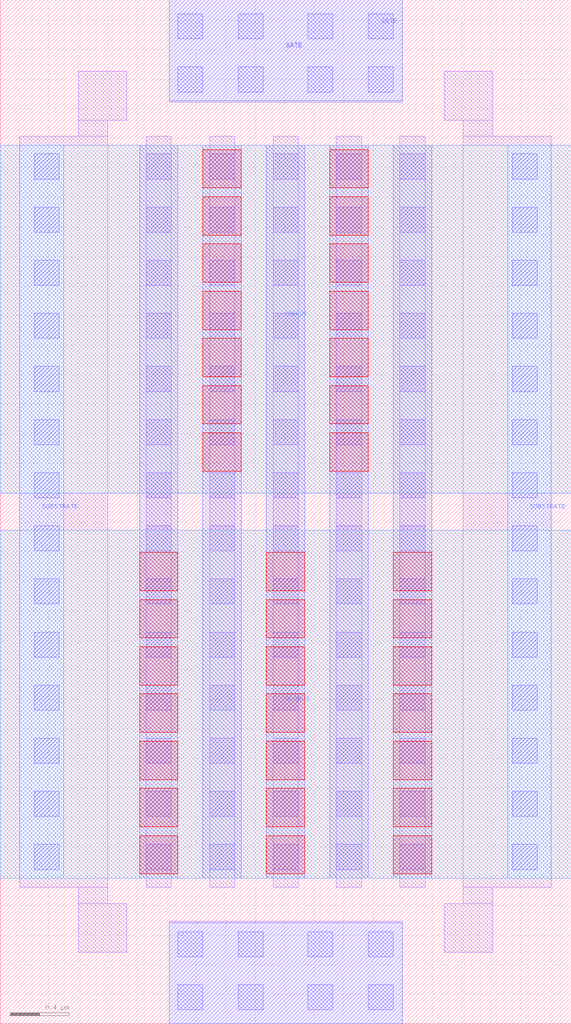
<source format=lef>
# Copyright 2020 The SkyWater PDK Authors
#
# Licensed under the Apache License, Version 2.0 (the "License");
# you may not use this file except in compliance with the License.
# You may obtain a copy of the License at
#
#     https://www.apache.org/licenses/LICENSE-2.0
#
# Unless required by applicable law or agreed to in writing, software
# distributed under the License is distributed on an "AS IS" BASIS,
# WITHOUT WARRANTIES OR CONDITIONS OF ANY KIND, either express or implied.
# See the License for the specific language governing permissions and
# limitations under the License.
#
# SPDX-License-Identifier: Apache-2.0

VERSION 5.7 ;
  NOWIREEXTENSIONATPIN ON ;
  DIVIDERCHAR "/" ;
  BUSBITCHARS "[]" ;
MACRO sky130_fd_pr__rf_nfet_01v8_lvt_cM04W5p00L0p15
  CLASS BLOCK ;
  FOREIGN sky130_fd_pr__rf_nfet_01v8_lvt_cM04W5p00L0p15 ;
  ORIGIN -0.070000  0.000000 ;
  SIZE  3.870000 BY  6.940000 ;
  PIN DRAIN
    ANTENNADIFFAREA  2.828000 ;
    PORT
      LAYER met2 ;
        RECT 0.070000 3.595000 3.940000 5.955000 ;
    END
  END DRAIN
  PIN GATE
    ANTENNAGATEAREA  3.030000 ;
    PORT
      LAYER li1 ;
        RECT 1.215000 0.000000 2.795000 0.695000 ;
        RECT 1.215000 6.245000 2.795000 6.940000 ;
      LAYER mcon ;
        RECT 1.275000 0.095000 1.445000 0.265000 ;
        RECT 1.275000 0.455000 1.445000 0.625000 ;
        RECT 1.275000 6.315000 1.445000 6.485000 ;
        RECT 1.275000 6.675000 1.445000 6.845000 ;
        RECT 1.685000 0.095000 1.855000 0.265000 ;
        RECT 1.685000 0.455000 1.855000 0.625000 ;
        RECT 1.685000 6.315000 1.855000 6.485000 ;
        RECT 1.685000 6.675000 1.855000 6.845000 ;
        RECT 2.155000 0.095000 2.325000 0.265000 ;
        RECT 2.155000 0.455000 2.325000 0.625000 ;
        RECT 2.155000 6.315000 2.325000 6.485000 ;
        RECT 2.155000 6.675000 2.325000 6.845000 ;
        RECT 2.565000 0.095000 2.735000 0.265000 ;
        RECT 2.565000 0.455000 2.735000 0.625000 ;
        RECT 2.565000 6.315000 2.735000 6.485000 ;
        RECT 2.565000 6.675000 2.735000 6.845000 ;
    END
    PORT
      LAYER met1 ;
        RECT 1.215000 0.000000 2.795000 0.685000 ;
        RECT 1.215000 6.255000 2.795000 6.940000 ;
    END
  END GATE
  PIN SOURCE
    ANTENNADIFFAREA  4.242000 ;
    PORT
      LAYER met2 ;
        RECT 0.070000 0.985000 3.940000 3.345000 ;
    END
  END SOURCE
  PIN SUBSTRATE
    ANTENNADIFFAREA  3.282500 ;
    ANTENNAGATEAREA  0.757500 ;
    PORT
      LAYER met1 ;
        RECT 0.205000 0.985000 0.500000 5.955000 ;
    END
    PORT
      LAYER met1 ;
        RECT 3.510000 0.985000 3.805000 5.955000 ;
    END
  END SUBSTRATE
  OBS
    LAYER li1 ;
      RECT 0.205000 0.925000 0.800000 6.015000 ;
      RECT 0.600000 0.485000 0.930000 0.815000 ;
      RECT 0.600000 0.815000 0.800000 0.925000 ;
      RECT 0.600000 6.015000 0.800000 6.125000 ;
      RECT 0.600000 6.125000 0.930000 6.455000 ;
      RECT 1.060000 0.925000 1.230000 6.015000 ;
      RECT 1.490000 0.925000 1.660000 6.015000 ;
      RECT 1.920000 0.925000 2.090000 6.015000 ;
      RECT 2.350000 0.925000 2.520000 6.015000 ;
      RECT 2.780000 0.925000 2.950000 6.015000 ;
      RECT 3.080000 0.485000 3.410000 0.815000 ;
      RECT 3.080000 6.125000 3.410000 6.455000 ;
      RECT 3.210000 0.815000 3.410000 0.925000 ;
      RECT 3.210000 0.925000 3.805000 6.015000 ;
      RECT 3.210000 6.015000 3.410000 6.125000 ;
    LAYER mcon ;
      RECT 0.300000 1.045000 0.470000 1.215000 ;
      RECT 0.300000 1.405000 0.470000 1.575000 ;
      RECT 0.300000 1.765000 0.470000 1.935000 ;
      RECT 0.300000 2.125000 0.470000 2.295000 ;
      RECT 0.300000 2.485000 0.470000 2.655000 ;
      RECT 0.300000 2.845000 0.470000 3.015000 ;
      RECT 0.300000 3.205000 0.470000 3.375000 ;
      RECT 0.300000 3.565000 0.470000 3.735000 ;
      RECT 0.300000 3.925000 0.470000 4.095000 ;
      RECT 0.300000 4.285000 0.470000 4.455000 ;
      RECT 0.300000 4.645000 0.470000 4.815000 ;
      RECT 0.300000 5.005000 0.470000 5.175000 ;
      RECT 0.300000 5.365000 0.470000 5.535000 ;
      RECT 0.300000 5.725000 0.470000 5.895000 ;
      RECT 1.060000 1.045000 1.230000 1.215000 ;
      RECT 1.060000 1.405000 1.230000 1.575000 ;
      RECT 1.060000 1.765000 1.230000 1.935000 ;
      RECT 1.060000 2.125000 1.230000 2.295000 ;
      RECT 1.060000 2.485000 1.230000 2.655000 ;
      RECT 1.060000 2.845000 1.230000 3.015000 ;
      RECT 1.060000 3.205000 1.230000 3.375000 ;
      RECT 1.060000 3.565000 1.230000 3.735000 ;
      RECT 1.060000 3.925000 1.230000 4.095000 ;
      RECT 1.060000 4.285000 1.230000 4.455000 ;
      RECT 1.060000 4.645000 1.230000 4.815000 ;
      RECT 1.060000 5.005000 1.230000 5.175000 ;
      RECT 1.060000 5.365000 1.230000 5.535000 ;
      RECT 1.060000 5.725000 1.230000 5.895000 ;
      RECT 1.490000 1.045000 1.660000 1.215000 ;
      RECT 1.490000 1.405000 1.660000 1.575000 ;
      RECT 1.490000 1.765000 1.660000 1.935000 ;
      RECT 1.490000 2.125000 1.660000 2.295000 ;
      RECT 1.490000 2.485000 1.660000 2.655000 ;
      RECT 1.490000 2.845000 1.660000 3.015000 ;
      RECT 1.490000 3.205000 1.660000 3.375000 ;
      RECT 1.490000 3.565000 1.660000 3.735000 ;
      RECT 1.490000 3.925000 1.660000 4.095000 ;
      RECT 1.490000 4.285000 1.660000 4.455000 ;
      RECT 1.490000 4.645000 1.660000 4.815000 ;
      RECT 1.490000 5.005000 1.660000 5.175000 ;
      RECT 1.490000 5.365000 1.660000 5.535000 ;
      RECT 1.490000 5.725000 1.660000 5.895000 ;
      RECT 1.920000 1.045000 2.090000 1.215000 ;
      RECT 1.920000 1.405000 2.090000 1.575000 ;
      RECT 1.920000 1.765000 2.090000 1.935000 ;
      RECT 1.920000 2.125000 2.090000 2.295000 ;
      RECT 1.920000 2.485000 2.090000 2.655000 ;
      RECT 1.920000 2.845000 2.090000 3.015000 ;
      RECT 1.920000 3.205000 2.090000 3.375000 ;
      RECT 1.920000 3.565000 2.090000 3.735000 ;
      RECT 1.920000 3.925000 2.090000 4.095000 ;
      RECT 1.920000 4.285000 2.090000 4.455000 ;
      RECT 1.920000 4.645000 2.090000 4.815000 ;
      RECT 1.920000 5.005000 2.090000 5.175000 ;
      RECT 1.920000 5.365000 2.090000 5.535000 ;
      RECT 1.920000 5.725000 2.090000 5.895000 ;
      RECT 2.350000 1.045000 2.520000 1.215000 ;
      RECT 2.350000 1.405000 2.520000 1.575000 ;
      RECT 2.350000 1.765000 2.520000 1.935000 ;
      RECT 2.350000 2.125000 2.520000 2.295000 ;
      RECT 2.350000 2.485000 2.520000 2.655000 ;
      RECT 2.350000 2.845000 2.520000 3.015000 ;
      RECT 2.350000 3.205000 2.520000 3.375000 ;
      RECT 2.350000 3.565000 2.520000 3.735000 ;
      RECT 2.350000 3.925000 2.520000 4.095000 ;
      RECT 2.350000 4.285000 2.520000 4.455000 ;
      RECT 2.350000 4.645000 2.520000 4.815000 ;
      RECT 2.350000 5.005000 2.520000 5.175000 ;
      RECT 2.350000 5.365000 2.520000 5.535000 ;
      RECT 2.350000 5.725000 2.520000 5.895000 ;
      RECT 2.780000 1.045000 2.950000 1.215000 ;
      RECT 2.780000 1.405000 2.950000 1.575000 ;
      RECT 2.780000 1.765000 2.950000 1.935000 ;
      RECT 2.780000 2.125000 2.950000 2.295000 ;
      RECT 2.780000 2.485000 2.950000 2.655000 ;
      RECT 2.780000 2.845000 2.950000 3.015000 ;
      RECT 2.780000 3.205000 2.950000 3.375000 ;
      RECT 2.780000 3.565000 2.950000 3.735000 ;
      RECT 2.780000 3.925000 2.950000 4.095000 ;
      RECT 2.780000 4.285000 2.950000 4.455000 ;
      RECT 2.780000 4.645000 2.950000 4.815000 ;
      RECT 2.780000 5.005000 2.950000 5.175000 ;
      RECT 2.780000 5.365000 2.950000 5.535000 ;
      RECT 2.780000 5.725000 2.950000 5.895000 ;
      RECT 3.540000 1.045000 3.710000 1.215000 ;
      RECT 3.540000 1.405000 3.710000 1.575000 ;
      RECT 3.540000 1.765000 3.710000 1.935000 ;
      RECT 3.540000 2.125000 3.710000 2.295000 ;
      RECT 3.540000 2.485000 3.710000 2.655000 ;
      RECT 3.540000 2.845000 3.710000 3.015000 ;
      RECT 3.540000 3.205000 3.710000 3.375000 ;
      RECT 3.540000 3.565000 3.710000 3.735000 ;
      RECT 3.540000 3.925000 3.710000 4.095000 ;
      RECT 3.540000 4.285000 3.710000 4.455000 ;
      RECT 3.540000 4.645000 3.710000 4.815000 ;
      RECT 3.540000 5.005000 3.710000 5.175000 ;
      RECT 3.540000 5.365000 3.710000 5.535000 ;
      RECT 3.540000 5.725000 3.710000 5.895000 ;
    LAYER met1 ;
      RECT 1.015000 0.985000 1.275000 5.955000 ;
      RECT 1.445000 0.985000 1.705000 5.955000 ;
      RECT 1.875000 0.985000 2.135000 5.955000 ;
      RECT 2.305000 0.985000 2.565000 5.955000 ;
      RECT 2.735000 0.985000 2.995000 5.955000 ;
    LAYER via ;
      RECT 1.015000 1.015000 1.275000 1.275000 ;
      RECT 1.015000 1.335000 1.275000 1.595000 ;
      RECT 1.015000 1.655000 1.275000 1.915000 ;
      RECT 1.015000 1.975000 1.275000 2.235000 ;
      RECT 1.015000 2.295000 1.275000 2.555000 ;
      RECT 1.015000 2.615000 1.275000 2.875000 ;
      RECT 1.015000 2.935000 1.275000 3.195000 ;
      RECT 1.445000 3.745000 1.705000 4.005000 ;
      RECT 1.445000 4.065000 1.705000 4.325000 ;
      RECT 1.445000 4.385000 1.705000 4.645000 ;
      RECT 1.445000 4.705000 1.705000 4.965000 ;
      RECT 1.445000 5.025000 1.705000 5.285000 ;
      RECT 1.445000 5.345000 1.705000 5.605000 ;
      RECT 1.445000 5.665000 1.705000 5.925000 ;
      RECT 1.875000 1.015000 2.135000 1.275000 ;
      RECT 1.875000 1.335000 2.135000 1.595000 ;
      RECT 1.875000 1.655000 2.135000 1.915000 ;
      RECT 1.875000 1.975000 2.135000 2.235000 ;
      RECT 1.875000 2.295000 2.135000 2.555000 ;
      RECT 1.875000 2.615000 2.135000 2.875000 ;
      RECT 1.875000 2.935000 2.135000 3.195000 ;
      RECT 2.305000 3.745000 2.565000 4.005000 ;
      RECT 2.305000 4.065000 2.565000 4.325000 ;
      RECT 2.305000 4.385000 2.565000 4.645000 ;
      RECT 2.305000 4.705000 2.565000 4.965000 ;
      RECT 2.305000 5.025000 2.565000 5.285000 ;
      RECT 2.305000 5.345000 2.565000 5.605000 ;
      RECT 2.305000 5.665000 2.565000 5.925000 ;
      RECT 2.735000 1.015000 2.995000 1.275000 ;
      RECT 2.735000 1.335000 2.995000 1.595000 ;
      RECT 2.735000 1.655000 2.995000 1.915000 ;
      RECT 2.735000 1.975000 2.995000 2.235000 ;
      RECT 2.735000 2.295000 2.995000 2.555000 ;
      RECT 2.735000 2.615000 2.995000 2.875000 ;
      RECT 2.735000 2.935000 2.995000 3.195000 ;
  END
END sky130_fd_pr__rf_nfet_01v8_lvt_cM04W5p00L0p15
END LIBRARY

</source>
